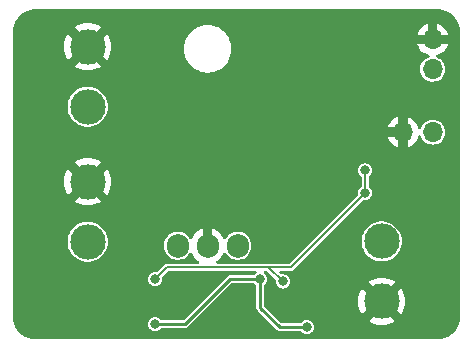
<source format=gbr>
%TF.GenerationSoftware,KiCad,Pcbnew,7.0.10*%
%TF.CreationDate,2024-07-15T19:27:34-03:00*%
%TF.ProjectId,board,626f6172-642e-46b6-9963-61645f706362,rev?*%
%TF.SameCoordinates,Original*%
%TF.FileFunction,Copper,L2,Bot*%
%TF.FilePolarity,Positive*%
%FSLAX46Y46*%
G04 Gerber Fmt 4.6, Leading zero omitted, Abs format (unit mm)*
G04 Created by KiCad (PCBNEW 7.0.10) date 2024-07-15 19:27:34*
%MOMM*%
%LPD*%
G01*
G04 APERTURE LIST*
%TA.AperFunction,ComponentPad*%
%ADD10O,1.700000X1.700000*%
%TD*%
%TA.AperFunction,ComponentPad*%
%ADD11O,3.000000X3.000000*%
%TD*%
%TA.AperFunction,ComponentPad*%
%ADD12C,3.000000*%
%TD*%
%TA.AperFunction,ComponentPad*%
%ADD13O,1.905000X2.000000*%
%TD*%
%TA.AperFunction,ViaPad*%
%ADD14C,0.800000*%
%TD*%
%TA.AperFunction,Conductor*%
%ADD15C,0.200000*%
%TD*%
%TA.AperFunction,Conductor*%
%ADD16C,0.250000*%
%TD*%
G04 APERTURE END LIST*
D10*
%TO.P,J4,1,Pin_1*%
%TO.N,BAT+*%
X156210000Y-84993400D03*
%TO.P,J4,2,Pin_2*%
%TO.N,BAT-*%
X156210000Y-82453400D03*
%TD*%
D11*
%TO.P,J3,1,Pin_1*%
%TO.N,VCC*%
X151892000Y-99568000D03*
D12*
%TO.P,J3,2,Pin_2*%
%TO.N,BAT-*%
X151892000Y-104648000D03*
%TD*%
D13*
%TO.P,U1,1,VI*%
%TO.N,IN+*%
X134620000Y-99933400D03*
%TO.P,U1,2,GND*%
%TO.N,BAT-*%
X137160000Y-99933400D03*
%TO.P,U1,3,VO*%
%TO.N,5V*%
X139700000Y-99933400D03*
%TD*%
D11*
%TO.P,J1,1,Pin_1*%
%TO.N,IN+*%
X127000000Y-88163400D03*
D12*
%TO.P,J1,2,Pin_2*%
%TO.N,BAT-*%
X127000000Y-83083400D03*
%TD*%
D11*
%TO.P,J2,1,Pin_1*%
%TO.N,BAT+*%
X127000000Y-99593400D03*
D12*
%TO.P,J2,2,Pin_2*%
%TO.N,BAT-*%
X127000000Y-94513400D03*
%TD*%
D10*
%TO.P,J5,1,Pin_1*%
%TO.N,VCC*%
X156215000Y-90322400D03*
%TO.P,J5,2,Pin_2*%
%TO.N,BAT-*%
X153675000Y-90322400D03*
%TD*%
D14*
%TO.N,BAT+*%
X150495000Y-95463400D03*
X132715000Y-102768400D03*
X150495000Y-93563400D03*
X143510000Y-102958400D03*
%TO.N,5V*%
X132715000Y-106578400D03*
X145542000Y-106832400D03*
X141605000Y-102768400D03*
%TD*%
D15*
%TO.N,BAT+*%
X132715000Y-102768400D02*
X133731000Y-101752400D01*
X142304000Y-101752400D02*
X144206000Y-101752400D01*
X133731000Y-101752400D02*
X142304000Y-101752400D01*
X150495000Y-95463400D02*
X150495000Y-93563400D01*
X144206000Y-101752400D02*
X150495000Y-95463400D01*
X142304000Y-101752400D02*
X143510000Y-102958400D01*
D16*
%TO.N,5V*%
X143256000Y-106832400D02*
X145542000Y-106832400D01*
X141605000Y-102768400D02*
X141605000Y-105181400D01*
X135255000Y-106578400D02*
X139065000Y-102768400D01*
X132715000Y-106578400D02*
X135255000Y-106578400D01*
X141605000Y-105181400D02*
X143256000Y-106832400D01*
X139065000Y-102768400D02*
X141605000Y-102768400D01*
%TD*%
%TA.AperFunction,Conductor*%
%TO.N,BAT-*%
G36*
X156564540Y-79909735D02*
G01*
X156564548Y-79909738D01*
X156612333Y-79909738D01*
X156620443Y-79910003D01*
X156701817Y-79915336D01*
X156702434Y-79915379D01*
X156864710Y-79926963D01*
X156880058Y-79929029D01*
X156989741Y-79950847D01*
X156991596Y-79951233D01*
X157120595Y-79979295D01*
X157134071Y-79983036D01*
X157244791Y-80020620D01*
X157248053Y-80021781D01*
X157366916Y-80066115D01*
X157378378Y-80071064D01*
X157485024Y-80123657D01*
X157489515Y-80125989D01*
X157599027Y-80185788D01*
X157608461Y-80191500D01*
X157708088Y-80258070D01*
X157713460Y-80261871D01*
X157811251Y-80335078D01*
X157812618Y-80336101D01*
X157820063Y-80342138D01*
X157909019Y-80420152D01*
X157910412Y-80421373D01*
X157916334Y-80426920D01*
X158003700Y-80514288D01*
X158009247Y-80520210D01*
X158088491Y-80610572D01*
X158094530Y-80618021D01*
X158168732Y-80717146D01*
X158172551Y-80722542D01*
X158239119Y-80822171D01*
X158244838Y-80831618D01*
X158304602Y-80941072D01*
X158306972Y-80945636D01*
X158359546Y-81052249D01*
X158364503Y-81063730D01*
X158401511Y-81162955D01*
X158408778Y-81182440D01*
X158410015Y-81185915D01*
X158447570Y-81296555D01*
X158451317Y-81310055D01*
X158479330Y-81438838D01*
X158479780Y-81441003D01*
X158493617Y-81510567D01*
X158496000Y-81534758D01*
X158496000Y-106223849D01*
X158493617Y-106248043D01*
X158479811Y-106317443D01*
X158479360Y-106319610D01*
X158451337Y-106448416D01*
X158447590Y-106461916D01*
X158410037Y-106572537D01*
X158408799Y-106576011D01*
X158364518Y-106694727D01*
X158359548Y-106706237D01*
X158306990Y-106812810D01*
X158304611Y-106817393D01*
X158244848Y-106926838D01*
X158239117Y-106936302D01*
X158172574Y-107035888D01*
X158168739Y-107041308D01*
X158094525Y-107140443D01*
X158088486Y-107147891D01*
X158009258Y-107238231D01*
X158003712Y-107244153D01*
X157916332Y-107331532D01*
X157910410Y-107337078D01*
X157820057Y-107416315D01*
X157812607Y-107422355D01*
X157713473Y-107496564D01*
X157708055Y-107500398D01*
X157608484Y-107566929D01*
X157599018Y-107572660D01*
X157489541Y-107632437D01*
X157484959Y-107634816D01*
X157378397Y-107687366D01*
X157366887Y-107692336D01*
X157248215Y-107736598D01*
X157244739Y-107737836D01*
X157134064Y-107775404D01*
X157120565Y-107779150D01*
X156991799Y-107807161D01*
X156989633Y-107807612D01*
X156880035Y-107829413D01*
X156864689Y-107831480D01*
X156706716Y-107842778D01*
X156705981Y-107842828D01*
X156625035Y-107848134D01*
X156616924Y-107848400D01*
X142902513Y-107848400D01*
X122559050Y-107847900D01*
X122550942Y-107847634D01*
X122548298Y-107847460D01*
X122471803Y-107842446D01*
X122471070Y-107842396D01*
X122306406Y-107830620D01*
X122291059Y-107828553D01*
X122183879Y-107807233D01*
X122181713Y-107806782D01*
X122050495Y-107778237D01*
X122036995Y-107774490D01*
X121927908Y-107737460D01*
X121924433Y-107736223D01*
X121804165Y-107691366D01*
X121792654Y-107686396D01*
X121687222Y-107634402D01*
X121682639Y-107632022D01*
X121572034Y-107571627D01*
X121562571Y-107565898D01*
X121510589Y-107531165D01*
X121463885Y-107499958D01*
X121458483Y-107496135D01*
X121380933Y-107438082D01*
X121358403Y-107421216D01*
X121350976Y-107415195D01*
X121261408Y-107336646D01*
X121255486Y-107331099D01*
X121167299Y-107242912D01*
X121161752Y-107236990D01*
X121083199Y-107147417D01*
X121077188Y-107140002D01*
X121002252Y-107039899D01*
X120998451Y-107034529D01*
X120932495Y-106935819D01*
X120926776Y-106926372D01*
X120866365Y-106815737D01*
X120864008Y-106811200D01*
X120811995Y-106705729D01*
X120807039Y-106694249D01*
X120763830Y-106578401D01*
X132109318Y-106578401D01*
X132129955Y-106735160D01*
X132129956Y-106735162D01*
X132180130Y-106856294D01*
X132190464Y-106881241D01*
X132286718Y-107006682D01*
X132412159Y-107102936D01*
X132558238Y-107163444D01*
X132636619Y-107173763D01*
X132714999Y-107184082D01*
X132715000Y-107184082D01*
X132715001Y-107184082D01*
X132767254Y-107177202D01*
X132871762Y-107163444D01*
X133017841Y-107102936D01*
X133143282Y-107006682D01*
X133184923Y-106952413D01*
X133241351Y-106911211D01*
X133283299Y-106903900D01*
X135235372Y-106903900D01*
X135246180Y-106904371D01*
X135283807Y-106907664D01*
X135320319Y-106897879D01*
X135330830Y-106895549D01*
X135368045Y-106888988D01*
X135368050Y-106888984D01*
X135373099Y-106887147D01*
X135389824Y-106880219D01*
X135394681Y-106877954D01*
X135394684Y-106877954D01*
X135425625Y-106856287D01*
X135434744Y-106850479D01*
X135467455Y-106831594D01*
X135467457Y-106831592D01*
X135491736Y-106802656D01*
X135499036Y-106794688D01*
X139163507Y-103130219D01*
X139224830Y-103096734D01*
X139251188Y-103093900D01*
X141036701Y-103093900D01*
X141103740Y-103113585D01*
X141135076Y-103142413D01*
X141176718Y-103196682D01*
X141230987Y-103238324D01*
X141272189Y-103294749D01*
X141279500Y-103336698D01*
X141279500Y-105161772D01*
X141279028Y-105172581D01*
X141275735Y-105210208D01*
X141285512Y-105246698D01*
X141287852Y-105257252D01*
X141294411Y-105294442D01*
X141296235Y-105299455D01*
X141303197Y-105316261D01*
X141305446Y-105321084D01*
X141327104Y-105352016D01*
X141332914Y-105361134D01*
X141351806Y-105393855D01*
X141380743Y-105418136D01*
X141388718Y-105425444D01*
X143011950Y-107048676D01*
X143019257Y-107056650D01*
X143043541Y-107085590D01*
X143043543Y-107085591D01*
X143043545Y-107085594D01*
X143043547Y-107085595D01*
X143043548Y-107085596D01*
X143076256Y-107104480D01*
X143085379Y-107110292D01*
X143116316Y-107131954D01*
X143116319Y-107131954D01*
X143121176Y-107134220D01*
X143137933Y-107141160D01*
X143142953Y-107142987D01*
X143142955Y-107142988D01*
X143180143Y-107149545D01*
X143190706Y-107151887D01*
X143227193Y-107161664D01*
X143264823Y-107158371D01*
X143275630Y-107157900D01*
X144973701Y-107157900D01*
X145040740Y-107177585D01*
X145072077Y-107206414D01*
X145100082Y-107242912D01*
X145113718Y-107260682D01*
X145239159Y-107356936D01*
X145385238Y-107417444D01*
X145422541Y-107422355D01*
X145541999Y-107438082D01*
X145542000Y-107438082D01*
X145542001Y-107438082D01*
X145594254Y-107431202D01*
X145698762Y-107417444D01*
X145844841Y-107356936D01*
X145970282Y-107260682D01*
X146066536Y-107135241D01*
X146127044Y-106989162D01*
X146147682Y-106832400D01*
X146145706Y-106817393D01*
X146131072Y-106706237D01*
X146127044Y-106675638D01*
X146066536Y-106529559D01*
X145970282Y-106404118D01*
X145844841Y-106307864D01*
X145766852Y-106275560D01*
X145698762Y-106247356D01*
X145698760Y-106247355D01*
X145542001Y-106226718D01*
X145541999Y-106226718D01*
X145385239Y-106247355D01*
X145385237Y-106247356D01*
X145239160Y-106307863D01*
X145113716Y-106404119D01*
X145072077Y-106458386D01*
X145015649Y-106499589D01*
X144973701Y-106506900D01*
X143442188Y-106506900D01*
X143375149Y-106487215D01*
X143354507Y-106470581D01*
X141966819Y-105082893D01*
X141933334Y-105021570D01*
X141930500Y-104995212D01*
X141930500Y-104648001D01*
X149886891Y-104648001D01*
X149907300Y-104933362D01*
X149968109Y-105212895D01*
X150068091Y-105480958D01*
X150205196Y-105732047D01*
X150221066Y-105753246D01*
X150221067Y-105753246D01*
X151151159Y-104823153D01*
X151158971Y-104867454D01*
X151229340Y-105030587D01*
X151335433Y-105173094D01*
X151471530Y-105287294D01*
X151630295Y-105367028D01*
X151717895Y-105387789D01*
X150786752Y-106318932D01*
X150807954Y-106334804D01*
X150807960Y-106334807D01*
X151059042Y-106471908D01*
X151059041Y-106471908D01*
X151327104Y-106571890D01*
X151606637Y-106632699D01*
X151891999Y-106653109D01*
X151892001Y-106653109D01*
X152177362Y-106632699D01*
X152456895Y-106571890D01*
X152724958Y-106471908D01*
X152976040Y-106334806D01*
X152997246Y-106318931D01*
X152070223Y-105391907D01*
X152235409Y-105331784D01*
X152383844Y-105234157D01*
X152505764Y-105104930D01*
X152594595Y-104951070D01*
X152632878Y-104823193D01*
X153562931Y-105753246D01*
X153578806Y-105732040D01*
X153715908Y-105480958D01*
X153815890Y-105212895D01*
X153876699Y-104933362D01*
X153897109Y-104648001D01*
X153897109Y-104647998D01*
X153876699Y-104362637D01*
X153815890Y-104083104D01*
X153715908Y-103815041D01*
X153578807Y-103563960D01*
X153578804Y-103563954D01*
X153562932Y-103542752D01*
X152632839Y-104472844D01*
X152625029Y-104428546D01*
X152554660Y-104265413D01*
X152448567Y-104122906D01*
X152312470Y-104008706D01*
X152153705Y-103928972D01*
X152066104Y-103908210D01*
X152997246Y-102977067D01*
X152997246Y-102977066D01*
X152976047Y-102961196D01*
X152724957Y-102824091D01*
X152724958Y-102824091D01*
X152456895Y-102724109D01*
X152177362Y-102663300D01*
X151892001Y-102642891D01*
X151891999Y-102642891D01*
X151606637Y-102663300D01*
X151327104Y-102724109D01*
X151059041Y-102824091D01*
X150807954Y-102961196D01*
X150786752Y-102977066D01*
X151713777Y-103904091D01*
X151548591Y-103964216D01*
X151400156Y-104061843D01*
X151278236Y-104191070D01*
X151189405Y-104344930D01*
X151151121Y-104472807D01*
X150221066Y-103542752D01*
X150205196Y-103563954D01*
X150068091Y-103815041D01*
X149968109Y-104083104D01*
X149907300Y-104362637D01*
X149886891Y-104647998D01*
X149886891Y-104648001D01*
X141930500Y-104648001D01*
X141930500Y-103336698D01*
X141950185Y-103269659D01*
X141979010Y-103238325D01*
X142033282Y-103196682D01*
X142129536Y-103071241D01*
X142190044Y-102925162D01*
X142210682Y-102768400D01*
X142190044Y-102611638D01*
X142129536Y-102465559D01*
X142033282Y-102340118D01*
X142033280Y-102340117D01*
X142033280Y-102340116D01*
X141948778Y-102275276D01*
X141907575Y-102218848D01*
X141903420Y-102149102D01*
X141937632Y-102088182D01*
X141999350Y-102055429D01*
X142024264Y-102052900D01*
X142128167Y-102052900D01*
X142195206Y-102072585D01*
X142215848Y-102089219D01*
X142882101Y-102755473D01*
X142915586Y-102816796D01*
X142917359Y-102859339D01*
X142904318Y-102958398D01*
X142904318Y-102958401D01*
X142924955Y-103115160D01*
X142924956Y-103115162D01*
X142985464Y-103261241D01*
X143081718Y-103386682D01*
X143207159Y-103482936D01*
X143353238Y-103543444D01*
X143431619Y-103553763D01*
X143509999Y-103564082D01*
X143510000Y-103564082D01*
X143510001Y-103564082D01*
X143562254Y-103557202D01*
X143666762Y-103543444D01*
X143812841Y-103482936D01*
X143938282Y-103386682D01*
X144034536Y-103261241D01*
X144095044Y-103115162D01*
X144108802Y-103010654D01*
X144115682Y-102958401D01*
X144115682Y-102958398D01*
X144098000Y-102824091D01*
X144095044Y-102801638D01*
X144034536Y-102655559D01*
X143938282Y-102530118D01*
X143812841Y-102433864D01*
X143666762Y-102373356D01*
X143666760Y-102373355D01*
X143510001Y-102352718D01*
X143509999Y-102352718D01*
X143410938Y-102365759D01*
X143341902Y-102354993D01*
X143307072Y-102330501D01*
X143241152Y-102264581D01*
X143207667Y-102203258D01*
X143212651Y-102133566D01*
X143254523Y-102077633D01*
X143319987Y-102053216D01*
X143328833Y-102052900D01*
X144138862Y-102052900D01*
X144155990Y-102054089D01*
X144163761Y-102055172D01*
X144163761Y-102055171D01*
X144163765Y-102055173D01*
X144210080Y-102053032D01*
X144215805Y-102052900D01*
X144233843Y-102052900D01*
X144233844Y-102052900D01*
X144233844Y-102052899D01*
X144238731Y-102052446D01*
X144249318Y-102051217D01*
X144275992Y-102049985D01*
X144282322Y-102047189D01*
X144309629Y-102038732D01*
X144316433Y-102037461D01*
X144316435Y-102037459D01*
X144316437Y-102037459D01*
X144339138Y-102023403D01*
X144354325Y-102015396D01*
X144378765Y-102004606D01*
X144383661Y-101999709D01*
X144406069Y-101981961D01*
X144411952Y-101978319D01*
X144428053Y-101956995D01*
X144439314Y-101944055D01*
X146815365Y-99568004D01*
X150186732Y-99568004D01*
X150205777Y-99822154D01*
X150262490Y-100070630D01*
X150262492Y-100070637D01*
X150355608Y-100307890D01*
X150370272Y-100333288D01*
X150483041Y-100528612D01*
X150641950Y-100727877D01*
X150828783Y-100901232D01*
X151039366Y-101044805D01*
X151039371Y-101044807D01*
X151039372Y-101044808D01*
X151039373Y-101044809D01*
X151142837Y-101094634D01*
X151268992Y-101155387D01*
X151268993Y-101155387D01*
X151268996Y-101155389D01*
X151512542Y-101230513D01*
X151764565Y-101268500D01*
X152019435Y-101268500D01*
X152271458Y-101230513D01*
X152515004Y-101155389D01*
X152744634Y-101044805D01*
X152955217Y-100901232D01*
X153142050Y-100727877D01*
X153300959Y-100528612D01*
X153428393Y-100307888D01*
X153521508Y-100070637D01*
X153578222Y-99822157D01*
X153593878Y-99613244D01*
X153597268Y-99568004D01*
X153597268Y-99567995D01*
X153580180Y-99339970D01*
X153578222Y-99313843D01*
X153521508Y-99065363D01*
X153428393Y-98828112D01*
X153300959Y-98607388D01*
X153142050Y-98408123D01*
X152955217Y-98234768D01*
X152744634Y-98091195D01*
X152744630Y-98091193D01*
X152744627Y-98091191D01*
X152744626Y-98091190D01*
X152515006Y-97980612D01*
X152515008Y-97980612D01*
X152271466Y-97905489D01*
X152271462Y-97905488D01*
X152271458Y-97905487D01*
X152150231Y-97887214D01*
X152019440Y-97867500D01*
X152019435Y-97867500D01*
X151764565Y-97867500D01*
X151764559Y-97867500D01*
X151607609Y-97891157D01*
X151512542Y-97905487D01*
X151512539Y-97905488D01*
X151512533Y-97905489D01*
X151268992Y-97980612D01*
X151039373Y-98091190D01*
X151039372Y-98091191D01*
X150828782Y-98234768D01*
X150641952Y-98408121D01*
X150641950Y-98408123D01*
X150483041Y-98607388D01*
X150355608Y-98828109D01*
X150262492Y-99065362D01*
X150262490Y-99065369D01*
X150205777Y-99313845D01*
X150186732Y-99567995D01*
X150186732Y-99568004D01*
X146815365Y-99568004D01*
X150292073Y-96091296D01*
X150353394Y-96057813D01*
X150395936Y-96056040D01*
X150495000Y-96069082D01*
X150495001Y-96069082D01*
X150547254Y-96062202D01*
X150651762Y-96048444D01*
X150797841Y-95987936D01*
X150923282Y-95891682D01*
X151019536Y-95766241D01*
X151080044Y-95620162D01*
X151100682Y-95463400D01*
X151080044Y-95306638D01*
X151019536Y-95160559D01*
X150923282Y-95035118D01*
X150923280Y-95035117D01*
X150923280Y-95035116D01*
X150844014Y-94974294D01*
X150802811Y-94917866D01*
X150795500Y-94875918D01*
X150795500Y-94150882D01*
X150815185Y-94083843D01*
X150844014Y-94052506D01*
X150923282Y-93991682D01*
X151019536Y-93866241D01*
X151080044Y-93720162D01*
X151100682Y-93563400D01*
X151080044Y-93406638D01*
X151019536Y-93260559D01*
X150923282Y-93135118D01*
X150797841Y-93038864D01*
X150651762Y-92978356D01*
X150651760Y-92978355D01*
X150495001Y-92957718D01*
X150494999Y-92957718D01*
X150338239Y-92978355D01*
X150338237Y-92978356D01*
X150192160Y-93038863D01*
X150066718Y-93135118D01*
X149970463Y-93260560D01*
X149909956Y-93406637D01*
X149909955Y-93406639D01*
X149889318Y-93563398D01*
X149889318Y-93563401D01*
X149909955Y-93720160D01*
X149909956Y-93720162D01*
X149970464Y-93866241D01*
X150064128Y-93988306D01*
X150066719Y-93991683D01*
X150145986Y-94052506D01*
X150187189Y-94108934D01*
X150194500Y-94150882D01*
X150194500Y-94875918D01*
X150174815Y-94942957D01*
X150145986Y-94974294D01*
X150066719Y-95035116D01*
X149970463Y-95160560D01*
X149909956Y-95306637D01*
X149909955Y-95306639D01*
X149889318Y-95463398D01*
X149889318Y-95463401D01*
X149902359Y-95562460D01*
X149891593Y-95631495D01*
X149867101Y-95666326D01*
X144117848Y-101415581D01*
X144056525Y-101449066D01*
X144030167Y-101451900D01*
X142353249Y-101451900D01*
X142324858Y-101448606D01*
X142318119Y-101447021D01*
X142291666Y-101450711D01*
X142274536Y-101451900D01*
X137983304Y-101451900D01*
X137916265Y-101432215D01*
X137870510Y-101379411D01*
X137860566Y-101310253D01*
X137889591Y-101246697D01*
X137924286Y-101218845D01*
X137957164Y-101201052D01*
X137957168Y-101201049D01*
X138147116Y-101053206D01*
X138147126Y-101053197D01*
X138310148Y-100876110D01*
X138310156Y-100876099D01*
X138441811Y-100674587D01*
X138483162Y-100580315D01*
X138528118Y-100526829D01*
X138594854Y-100506138D01*
X138662182Y-100524812D01*
X138707719Y-100574851D01*
X138715499Y-100590475D01*
X138715501Y-100590479D01*
X138844273Y-100761001D01*
X139002184Y-100904955D01*
X139002186Y-100904957D01*
X139183858Y-101017443D01*
X139183864Y-101017446D01*
X139226074Y-101033798D01*
X139383115Y-101094636D01*
X139593159Y-101133900D01*
X139593161Y-101133900D01*
X139806839Y-101133900D01*
X139806841Y-101133900D01*
X140016885Y-101094636D01*
X140216138Y-101017445D01*
X140397815Y-100904956D01*
X140555728Y-100760999D01*
X140684500Y-100590477D01*
X140779747Y-100399196D01*
X140838224Y-100193671D01*
X140853000Y-100034211D01*
X140853000Y-99832589D01*
X140838224Y-99673129D01*
X140779747Y-99467604D01*
X140779742Y-99467593D01*
X140684503Y-99276328D01*
X140684498Y-99276320D01*
X140555726Y-99105798D01*
X140397815Y-98961844D01*
X140397813Y-98961842D01*
X140216141Y-98849356D01*
X140216135Y-98849353D01*
X140059097Y-98788517D01*
X140016885Y-98772164D01*
X139806841Y-98732900D01*
X139593159Y-98732900D01*
X139383115Y-98772164D01*
X139383112Y-98772164D01*
X139383112Y-98772165D01*
X139183864Y-98849353D01*
X139183858Y-98849356D01*
X139002186Y-98961842D01*
X139002184Y-98961844D01*
X138844273Y-99105798D01*
X138715501Y-99276320D01*
X138715498Y-99276325D01*
X138707718Y-99291950D01*
X138660213Y-99343185D01*
X138592550Y-99360605D01*
X138526210Y-99338677D01*
X138483163Y-99286484D01*
X138441814Y-99192217D01*
X138310156Y-98990700D01*
X138310148Y-98990689D01*
X138147126Y-98813602D01*
X138147116Y-98813593D01*
X137957168Y-98665750D01*
X137957159Y-98665744D01*
X137745468Y-98551184D01*
X137745457Y-98551179D01*
X137560000Y-98487509D01*
X137560000Y-99555897D01*
X137510362Y-99502748D01*
X137381181Y-99424191D01*
X137235596Y-99383400D01*
X137122378Y-99383400D01*
X137010217Y-99398816D01*
X136871542Y-99459051D01*
X136760000Y-99549796D01*
X136760000Y-98487510D01*
X136759999Y-98487509D01*
X136574542Y-98551179D01*
X136574531Y-98551184D01*
X136362840Y-98665744D01*
X136362831Y-98665750D01*
X136172883Y-98813593D01*
X136172873Y-98813602D01*
X136009851Y-98990689D01*
X136009843Y-98990700D01*
X135878187Y-99192213D01*
X135836836Y-99286485D01*
X135791880Y-99339970D01*
X135725143Y-99360660D01*
X135657816Y-99341985D01*
X135612280Y-99291947D01*
X135604502Y-99276328D01*
X135604500Y-99276323D01*
X135475728Y-99105801D01*
X135475726Y-99105798D01*
X135317815Y-98961844D01*
X135317813Y-98961842D01*
X135136141Y-98849356D01*
X135136135Y-98849353D01*
X134979097Y-98788517D01*
X134936885Y-98772164D01*
X134726841Y-98732900D01*
X134513159Y-98732900D01*
X134303115Y-98772164D01*
X134303112Y-98772164D01*
X134303112Y-98772165D01*
X134103864Y-98849353D01*
X134103858Y-98849356D01*
X133922186Y-98961842D01*
X133922184Y-98961844D01*
X133764273Y-99105798D01*
X133635501Y-99276320D01*
X133635496Y-99276328D01*
X133540257Y-99467593D01*
X133540251Y-99467608D01*
X133481776Y-99673127D01*
X133481775Y-99673129D01*
X133467000Y-99832591D01*
X133467000Y-100034208D01*
X133481775Y-100193670D01*
X133481776Y-100193672D01*
X133540251Y-100399191D01*
X133540257Y-100399206D01*
X133635496Y-100590471D01*
X133635501Y-100590479D01*
X133764273Y-100761001D01*
X133922184Y-100904955D01*
X133922186Y-100904957D01*
X134103858Y-101017443D01*
X134103864Y-101017446D01*
X134146074Y-101033798D01*
X134303115Y-101094636D01*
X134513159Y-101133900D01*
X134513161Y-101133900D01*
X134726839Y-101133900D01*
X134726841Y-101133900D01*
X134936885Y-101094636D01*
X135136138Y-101017445D01*
X135317815Y-100904956D01*
X135475728Y-100760999D01*
X135604500Y-100590477D01*
X135612279Y-100574855D01*
X135659782Y-100523617D01*
X135727444Y-100506195D01*
X135793785Y-100528120D01*
X135836836Y-100580315D01*
X135878186Y-100674584D01*
X136009843Y-100876099D01*
X136009851Y-100876110D01*
X136172873Y-101053197D01*
X136172883Y-101053206D01*
X136362831Y-101201049D01*
X136362835Y-101201052D01*
X136395714Y-101218845D01*
X136445304Y-101268065D01*
X136460412Y-101336281D01*
X136436242Y-101401837D01*
X136380466Y-101443918D01*
X136336696Y-101451900D01*
X133798139Y-101451900D01*
X133781011Y-101450711D01*
X133773239Y-101449627D01*
X133773236Y-101449627D01*
X133732973Y-101451488D01*
X133726921Y-101451768D01*
X133721196Y-101451900D01*
X133703156Y-101451900D01*
X133703151Y-101451900D01*
X133698326Y-101452348D01*
X133687697Y-101453581D01*
X133661008Y-101454815D01*
X133654663Y-101457615D01*
X133627380Y-101466065D01*
X133620568Y-101467338D01*
X133620567Y-101467339D01*
X133597857Y-101481399D01*
X133582678Y-101489400D01*
X133558235Y-101500193D01*
X133553336Y-101505093D01*
X133530942Y-101522831D01*
X133525048Y-101526480D01*
X133508949Y-101547798D01*
X133497679Y-101560748D01*
X132917926Y-102140501D01*
X132856603Y-102173986D01*
X132814060Y-102175759D01*
X132715001Y-102162718D01*
X132714999Y-102162718D01*
X132558239Y-102183355D01*
X132558237Y-102183356D01*
X132412160Y-102243863D01*
X132286718Y-102340118D01*
X132190463Y-102465560D01*
X132129956Y-102611637D01*
X132129955Y-102611639D01*
X132109318Y-102768398D01*
X132109318Y-102768401D01*
X132129955Y-102925160D01*
X132129956Y-102925162D01*
X132190464Y-103071241D01*
X132286718Y-103196682D01*
X132412159Y-103292936D01*
X132558238Y-103353444D01*
X132636619Y-103363763D01*
X132714999Y-103374082D01*
X132715000Y-103374082D01*
X132715001Y-103374082D01*
X132767254Y-103367202D01*
X132871762Y-103353444D01*
X133017841Y-103292936D01*
X133143282Y-103196682D01*
X133239536Y-103071241D01*
X133300044Y-102925162D01*
X133320682Y-102768400D01*
X133307640Y-102669336D01*
X133318405Y-102600302D01*
X133342895Y-102565474D01*
X133819152Y-102089219D01*
X133880475Y-102055734D01*
X133906833Y-102052900D01*
X141185736Y-102052900D01*
X141252775Y-102072585D01*
X141298530Y-102125389D01*
X141308474Y-102194547D01*
X141279449Y-102258103D01*
X141261222Y-102275275D01*
X141176718Y-102340118D01*
X141151215Y-102373355D01*
X141135077Y-102394386D01*
X141078649Y-102435589D01*
X141036701Y-102442900D01*
X139084628Y-102442900D01*
X139073819Y-102442428D01*
X139036192Y-102439135D01*
X139036191Y-102439135D01*
X138999703Y-102448912D01*
X138989148Y-102451252D01*
X138951960Y-102457810D01*
X138946961Y-102459629D01*
X138930117Y-102466606D01*
X138925313Y-102468846D01*
X138894381Y-102490505D01*
X138885264Y-102496314D01*
X138852548Y-102515204D01*
X138852540Y-102515210D01*
X138828262Y-102544143D01*
X138820956Y-102552116D01*
X135156493Y-106216581D01*
X135095170Y-106250066D01*
X135068812Y-106252900D01*
X133283299Y-106252900D01*
X133216260Y-106233215D01*
X133184923Y-106204386D01*
X133143283Y-106150119D01*
X133054992Y-106082371D01*
X133017841Y-106053864D01*
X132952377Y-106026748D01*
X132871762Y-105993356D01*
X132871760Y-105993355D01*
X132715001Y-105972718D01*
X132714999Y-105972718D01*
X132558239Y-105993355D01*
X132558237Y-105993356D01*
X132412160Y-106053863D01*
X132286718Y-106150118D01*
X132190463Y-106275560D01*
X132129956Y-106421637D01*
X132129955Y-106421639D01*
X132109318Y-106578398D01*
X132109318Y-106578401D01*
X120763830Y-106578401D01*
X120762166Y-106573940D01*
X120760938Y-106570490D01*
X120756714Y-106558046D01*
X120723907Y-106461400D01*
X120720164Y-106447915D01*
X120691596Y-106316589D01*
X120691189Y-106314637D01*
X120669841Y-106207312D01*
X120667781Y-106192015D01*
X120655988Y-106027129D01*
X120655983Y-106027056D01*
X120650765Y-105947442D01*
X120650500Y-105939334D01*
X120650500Y-99593404D01*
X125294732Y-99593404D01*
X125313777Y-99847554D01*
X125364694Y-100070637D01*
X125370492Y-100096037D01*
X125463607Y-100333288D01*
X125591041Y-100554012D01*
X125749950Y-100753277D01*
X125936783Y-100926632D01*
X126147366Y-101070205D01*
X126147371Y-101070207D01*
X126147372Y-101070208D01*
X126147373Y-101070209D01*
X126198093Y-101094634D01*
X126376992Y-101180787D01*
X126376993Y-101180787D01*
X126376996Y-101180789D01*
X126620542Y-101255913D01*
X126872565Y-101293900D01*
X127127435Y-101293900D01*
X127379458Y-101255913D01*
X127623004Y-101180789D01*
X127852634Y-101070205D01*
X128063217Y-100926632D01*
X128250050Y-100753277D01*
X128408959Y-100554012D01*
X128536393Y-100333288D01*
X128629508Y-100096037D01*
X128686222Y-99847557D01*
X128694384Y-99738632D01*
X128705268Y-99593404D01*
X128705268Y-99593395D01*
X128686222Y-99339245D01*
X128686092Y-99338677D01*
X128629508Y-99090763D01*
X128536393Y-98853512D01*
X128408959Y-98632788D01*
X128250050Y-98433523D01*
X128063217Y-98260168D01*
X127852634Y-98116595D01*
X127852630Y-98116593D01*
X127852627Y-98116591D01*
X127852626Y-98116590D01*
X127623006Y-98006012D01*
X127623008Y-98006012D01*
X127379466Y-97930889D01*
X127379462Y-97930888D01*
X127379458Y-97930887D01*
X127258231Y-97912614D01*
X127127440Y-97892900D01*
X127127435Y-97892900D01*
X126872565Y-97892900D01*
X126872559Y-97892900D01*
X126715609Y-97916557D01*
X126620542Y-97930887D01*
X126620539Y-97930888D01*
X126620533Y-97930889D01*
X126376992Y-98006012D01*
X126147373Y-98116590D01*
X126147372Y-98116591D01*
X125936782Y-98260168D01*
X125749952Y-98433521D01*
X125749950Y-98433523D01*
X125591041Y-98632788D01*
X125463608Y-98853509D01*
X125370492Y-99090762D01*
X125370490Y-99090769D01*
X125313777Y-99339245D01*
X125294732Y-99593395D01*
X125294732Y-99593404D01*
X120650500Y-99593404D01*
X120650500Y-94513401D01*
X124994891Y-94513401D01*
X125015300Y-94798762D01*
X125076109Y-95078295D01*
X125176091Y-95346358D01*
X125313196Y-95597447D01*
X125329066Y-95618646D01*
X125329067Y-95618646D01*
X126259159Y-94688553D01*
X126266971Y-94732854D01*
X126337340Y-94895987D01*
X126443433Y-95038494D01*
X126579530Y-95152694D01*
X126738295Y-95232428D01*
X126825895Y-95253189D01*
X125894752Y-96184332D01*
X125915954Y-96200204D01*
X125915960Y-96200207D01*
X126167042Y-96337308D01*
X126167041Y-96337308D01*
X126435104Y-96437290D01*
X126714637Y-96498099D01*
X126999999Y-96518509D01*
X127000001Y-96518509D01*
X127285362Y-96498099D01*
X127564895Y-96437290D01*
X127832958Y-96337308D01*
X128084040Y-96200206D01*
X128105246Y-96184331D01*
X127178223Y-95257307D01*
X127343409Y-95197184D01*
X127491844Y-95099557D01*
X127613764Y-94970330D01*
X127702595Y-94816470D01*
X127740878Y-94688593D01*
X128670931Y-95618646D01*
X128686806Y-95597440D01*
X128823908Y-95346358D01*
X128923890Y-95078295D01*
X128984699Y-94798762D01*
X129005109Y-94513401D01*
X129005109Y-94513398D01*
X128984699Y-94228037D01*
X128923890Y-93948504D01*
X128823908Y-93680441D01*
X128686807Y-93429360D01*
X128686804Y-93429354D01*
X128670932Y-93408152D01*
X127740839Y-94338244D01*
X127733029Y-94293946D01*
X127662660Y-94130813D01*
X127556567Y-93988306D01*
X127420470Y-93874106D01*
X127261705Y-93794372D01*
X127174104Y-93773610D01*
X128105246Y-92842467D01*
X128105246Y-92842466D01*
X128084047Y-92826596D01*
X127832957Y-92689491D01*
X127832958Y-92689491D01*
X127564895Y-92589509D01*
X127285362Y-92528700D01*
X127000001Y-92508291D01*
X126999999Y-92508291D01*
X126714637Y-92528700D01*
X126435104Y-92589509D01*
X126167041Y-92689491D01*
X125915954Y-92826596D01*
X125894752Y-92842466D01*
X126821777Y-93769491D01*
X126656591Y-93829616D01*
X126508156Y-93927243D01*
X126386236Y-94056470D01*
X126297405Y-94210330D01*
X126259121Y-94338207D01*
X125329066Y-93408152D01*
X125313196Y-93429354D01*
X125176091Y-93680441D01*
X125076109Y-93948504D01*
X125015300Y-94228037D01*
X124994891Y-94513398D01*
X124994891Y-94513401D01*
X120650500Y-94513401D01*
X120650500Y-90722400D01*
X152384557Y-90722400D01*
X152401565Y-90785881D01*
X152401570Y-90785892D01*
X152501399Y-90999978D01*
X152636894Y-91193482D01*
X152803917Y-91360505D01*
X152997421Y-91496000D01*
X153211507Y-91595829D01*
X153211518Y-91595834D01*
X153274999Y-91612843D01*
X153275000Y-91612842D01*
X153275000Y-90722400D01*
X152384557Y-90722400D01*
X120650500Y-90722400D01*
X120650500Y-90394289D01*
X153175000Y-90394289D01*
X153215507Y-90532244D01*
X153293239Y-90653198D01*
X153401900Y-90747352D01*
X153532685Y-90807080D01*
X153639237Y-90822400D01*
X153710763Y-90822400D01*
X153817315Y-90807080D01*
X153948100Y-90747352D01*
X154056761Y-90653198D01*
X154075000Y-90624817D01*
X154075000Y-91612843D01*
X154138481Y-91595834D01*
X154138492Y-91595829D01*
X154352578Y-91496000D01*
X154546082Y-91360505D01*
X154713105Y-91193482D01*
X154848600Y-90999978D01*
X154948429Y-90785892D01*
X154948433Y-90785883D01*
X154981158Y-90663750D01*
X155017522Y-90604090D01*
X155080369Y-90573560D01*
X155149745Y-90581854D01*
X155203623Y-90626339D01*
X155219593Y-90659847D01*
X155239768Y-90726354D01*
X155337315Y-90908850D01*
X155337317Y-90908852D01*
X155468589Y-91068810D01*
X155565209Y-91148102D01*
X155628550Y-91200085D01*
X155811046Y-91297632D01*
X156009066Y-91357700D01*
X156009065Y-91357700D01*
X156027529Y-91359518D01*
X156215000Y-91377983D01*
X156420934Y-91357700D01*
X156618954Y-91297632D01*
X156801450Y-91200085D01*
X156961410Y-91068810D01*
X157092685Y-90908850D01*
X157190232Y-90726354D01*
X157250300Y-90528334D01*
X157270583Y-90322400D01*
X157250300Y-90116466D01*
X157190232Y-89918446D01*
X157092685Y-89735950D01*
X157014110Y-89640205D01*
X156961410Y-89575989D01*
X156843677Y-89479369D01*
X156801450Y-89444715D01*
X156618954Y-89347168D01*
X156420934Y-89287100D01*
X156420932Y-89287099D01*
X156420934Y-89287099D01*
X156215000Y-89266817D01*
X156009067Y-89287099D01*
X155811043Y-89347169D01*
X155700898Y-89406043D01*
X155628550Y-89444715D01*
X155628548Y-89444716D01*
X155628547Y-89444717D01*
X155468589Y-89575989D01*
X155337317Y-89735947D01*
X155337315Y-89735950D01*
X155309622Y-89787758D01*
X155239767Y-89918446D01*
X155219593Y-89984952D01*
X155181296Y-90043390D01*
X155117483Y-90071847D01*
X155048416Y-90061286D01*
X154996023Y-90015061D01*
X154981158Y-89981049D01*
X154948433Y-89858916D01*
X154948429Y-89858907D01*
X154848600Y-89644822D01*
X154848599Y-89644820D01*
X154713113Y-89451326D01*
X154713108Y-89451320D01*
X154546082Y-89284294D01*
X154352578Y-89148799D01*
X154138490Y-89048968D01*
X154138487Y-89048967D01*
X154075000Y-89031955D01*
X154075000Y-90019982D01*
X154056761Y-89991602D01*
X153948100Y-89897448D01*
X153817315Y-89837720D01*
X153710763Y-89822400D01*
X153639237Y-89822400D01*
X153532685Y-89837720D01*
X153401900Y-89897448D01*
X153293239Y-89991602D01*
X153215507Y-90112556D01*
X153175000Y-90250511D01*
X153175000Y-90394289D01*
X120650500Y-90394289D01*
X120650500Y-89922399D01*
X152384556Y-89922399D01*
X152384557Y-89922400D01*
X153275000Y-89922400D01*
X153275000Y-89031956D01*
X153274999Y-89031955D01*
X153211512Y-89048967D01*
X153211509Y-89048968D01*
X152997422Y-89148799D01*
X152997420Y-89148800D01*
X152803926Y-89284286D01*
X152803920Y-89284291D01*
X152636891Y-89451320D01*
X152636886Y-89451326D01*
X152501400Y-89644820D01*
X152501399Y-89644822D01*
X152401570Y-89858907D01*
X152401565Y-89858918D01*
X152384556Y-89922399D01*
X120650500Y-89922399D01*
X120650500Y-88163404D01*
X125294732Y-88163404D01*
X125313777Y-88417554D01*
X125313778Y-88417557D01*
X125370492Y-88666037D01*
X125463607Y-88903288D01*
X125591041Y-89124012D01*
X125749950Y-89323277D01*
X125936783Y-89496632D01*
X126147366Y-89640205D01*
X126147371Y-89640207D01*
X126147372Y-89640208D01*
X126147373Y-89640209D01*
X126269328Y-89698938D01*
X126376992Y-89750787D01*
X126376993Y-89750787D01*
X126376996Y-89750789D01*
X126620542Y-89825913D01*
X126872565Y-89863900D01*
X127127435Y-89863900D01*
X127379458Y-89825913D01*
X127623004Y-89750789D01*
X127852634Y-89640205D01*
X128063217Y-89496632D01*
X128250050Y-89323277D01*
X128408959Y-89124012D01*
X128536393Y-88903288D01*
X128629508Y-88666037D01*
X128686222Y-88417557D01*
X128705268Y-88163400D01*
X128686222Y-87909243D01*
X128629508Y-87660763D01*
X128536393Y-87423512D01*
X128408959Y-87202788D01*
X128250050Y-87003523D01*
X128063217Y-86830168D01*
X127852634Y-86686595D01*
X127852630Y-86686593D01*
X127852627Y-86686591D01*
X127852626Y-86686590D01*
X127623006Y-86576012D01*
X127623008Y-86576012D01*
X127379466Y-86500889D01*
X127379462Y-86500888D01*
X127379458Y-86500887D01*
X127258231Y-86482614D01*
X127127440Y-86462900D01*
X127127435Y-86462900D01*
X126872565Y-86462900D01*
X126872559Y-86462900D01*
X126715609Y-86486557D01*
X126620542Y-86500887D01*
X126620539Y-86500888D01*
X126620533Y-86500889D01*
X126376992Y-86576012D01*
X126147373Y-86686590D01*
X126147372Y-86686591D01*
X125936782Y-86830168D01*
X125749952Y-87003521D01*
X125749950Y-87003523D01*
X125591041Y-87202788D01*
X125463608Y-87423509D01*
X125370492Y-87660762D01*
X125370490Y-87660769D01*
X125313777Y-87909245D01*
X125294732Y-88163395D01*
X125294732Y-88163404D01*
X120650500Y-88163404D01*
X120650500Y-83083401D01*
X124994891Y-83083401D01*
X125015300Y-83368762D01*
X125076109Y-83648295D01*
X125176091Y-83916358D01*
X125313196Y-84167447D01*
X125329066Y-84188646D01*
X125329067Y-84188646D01*
X126259159Y-83258553D01*
X126266971Y-83302854D01*
X126337340Y-83465987D01*
X126443433Y-83608494D01*
X126579530Y-83722694D01*
X126738295Y-83802428D01*
X126825895Y-83823189D01*
X125894752Y-84754332D01*
X125915954Y-84770204D01*
X125915960Y-84770207D01*
X126167042Y-84907308D01*
X126167041Y-84907308D01*
X126435104Y-85007290D01*
X126714637Y-85068099D01*
X126999999Y-85088509D01*
X127000001Y-85088509D01*
X127285362Y-85068099D01*
X127564895Y-85007290D01*
X127832958Y-84907308D01*
X128084040Y-84770206D01*
X128105246Y-84754331D01*
X127178223Y-83827307D01*
X127343409Y-83767184D01*
X127491844Y-83669557D01*
X127613764Y-83540330D01*
X127702595Y-83386470D01*
X127740878Y-83258593D01*
X128670931Y-84188646D01*
X128686806Y-84167440D01*
X128823908Y-83916358D01*
X128923890Y-83648295D01*
X128984699Y-83368762D01*
X128991520Y-83273401D01*
X135154390Y-83273401D01*
X135174804Y-83558833D01*
X135235628Y-83838437D01*
X135235630Y-83838443D01*
X135235631Y-83838446D01*
X135335633Y-84106561D01*
X135335635Y-84106566D01*
X135472770Y-84357709D01*
X135472775Y-84357717D01*
X135644254Y-84586787D01*
X135644270Y-84586805D01*
X135846594Y-84789129D01*
X135846612Y-84789145D01*
X136075682Y-84960624D01*
X136075690Y-84960629D01*
X136326833Y-85097764D01*
X136326832Y-85097764D01*
X136326836Y-85097765D01*
X136326839Y-85097767D01*
X136594954Y-85197769D01*
X136594960Y-85197770D01*
X136594962Y-85197771D01*
X136874566Y-85258595D01*
X136874568Y-85258595D01*
X136874572Y-85258596D01*
X137088552Y-85273900D01*
X137231448Y-85273900D01*
X137445428Y-85258596D01*
X137725046Y-85197769D01*
X137993161Y-85097767D01*
X138244315Y-84960626D01*
X138473395Y-84789139D01*
X138675739Y-84586795D01*
X138847226Y-84357715D01*
X138984367Y-84106561D01*
X139084369Y-83838446D01*
X139084371Y-83838437D01*
X139145195Y-83558833D01*
X139145195Y-83558832D01*
X139145196Y-83558828D01*
X139165610Y-83273400D01*
X139145196Y-82987972D01*
X139137675Y-82953400D01*
X139115922Y-82853400D01*
X154919557Y-82853400D01*
X154936565Y-82916881D01*
X154936570Y-82916892D01*
X155036399Y-83130978D01*
X155171894Y-83324482D01*
X155338917Y-83491505D01*
X155532421Y-83627000D01*
X155746507Y-83726829D01*
X155746516Y-83726833D01*
X155868649Y-83759558D01*
X155928310Y-83795923D01*
X155958839Y-83858769D01*
X155950545Y-83928145D01*
X155906059Y-83982023D01*
X155872552Y-83997993D01*
X155806046Y-84018167D01*
X155675358Y-84088022D01*
X155623550Y-84115715D01*
X155623548Y-84115716D01*
X155623547Y-84115717D01*
X155463589Y-84246989D01*
X155332317Y-84406947D01*
X155234769Y-84589443D01*
X155174699Y-84787467D01*
X155154417Y-84993400D01*
X155174699Y-85199332D01*
X155174700Y-85199334D01*
X155234768Y-85397354D01*
X155332315Y-85579850D01*
X155332317Y-85579852D01*
X155463589Y-85739810D01*
X155560209Y-85819102D01*
X155623550Y-85871085D01*
X155806046Y-85968632D01*
X156004066Y-86028700D01*
X156004065Y-86028700D01*
X156022529Y-86030518D01*
X156210000Y-86048983D01*
X156415934Y-86028700D01*
X156613954Y-85968632D01*
X156796450Y-85871085D01*
X156956410Y-85739810D01*
X157087685Y-85579850D01*
X157185232Y-85397354D01*
X157245300Y-85199334D01*
X157265583Y-84993400D01*
X157245300Y-84787466D01*
X157185232Y-84589446D01*
X157087685Y-84406950D01*
X157035702Y-84343609D01*
X156956410Y-84246989D01*
X156796452Y-84115717D01*
X156796453Y-84115717D01*
X156796450Y-84115715D01*
X156613954Y-84018168D01*
X156547447Y-83997993D01*
X156489009Y-83959696D01*
X156460553Y-83895884D01*
X156471113Y-83826817D01*
X156517337Y-83774423D01*
X156551350Y-83759558D01*
X156673483Y-83726833D01*
X156673492Y-83726829D01*
X156887578Y-83627000D01*
X157081082Y-83491505D01*
X157248105Y-83324482D01*
X157383600Y-83130978D01*
X157483429Y-82916892D01*
X157483434Y-82916881D01*
X157500443Y-82853400D01*
X156511897Y-82853400D01*
X156591761Y-82784198D01*
X156669493Y-82663244D01*
X156710000Y-82525289D01*
X156710000Y-82381511D01*
X156669493Y-82243556D01*
X156591761Y-82122602D01*
X156483100Y-82028448D01*
X156352315Y-81968720D01*
X156245763Y-81953400D01*
X156174237Y-81953400D01*
X156067685Y-81968720D01*
X155936900Y-82028448D01*
X155828239Y-82122602D01*
X155750507Y-82243556D01*
X155710000Y-82381511D01*
X155710000Y-82525289D01*
X155750507Y-82663244D01*
X155828239Y-82784198D01*
X155908103Y-82853400D01*
X154919557Y-82853400D01*
X139115922Y-82853400D01*
X139084371Y-82708362D01*
X139084370Y-82708360D01*
X139084369Y-82708354D01*
X138984367Y-82440239D01*
X138942940Y-82364372D01*
X138847229Y-82189090D01*
X138847224Y-82189082D01*
X138745653Y-82053399D01*
X154919556Y-82053399D01*
X154919557Y-82053400D01*
X155810000Y-82053400D01*
X155810000Y-81162956D01*
X155809999Y-81162955D01*
X156610000Y-81162955D01*
X156610000Y-82053400D01*
X157500443Y-82053400D01*
X157500443Y-82053399D01*
X157483434Y-81989918D01*
X157483429Y-81989907D01*
X157383600Y-81775822D01*
X157383599Y-81775820D01*
X157248113Y-81582326D01*
X157248108Y-81582320D01*
X157081082Y-81415294D01*
X156887578Y-81279799D01*
X156673490Y-81179968D01*
X156673487Y-81179967D01*
X156610000Y-81162955D01*
X155809999Y-81162955D01*
X155746512Y-81179967D01*
X155746509Y-81179968D01*
X155532422Y-81279799D01*
X155532420Y-81279800D01*
X155338926Y-81415286D01*
X155338920Y-81415291D01*
X155171891Y-81582320D01*
X155171886Y-81582326D01*
X155036400Y-81775820D01*
X155036399Y-81775822D01*
X154936570Y-81989907D01*
X154936565Y-81989918D01*
X154919556Y-82053399D01*
X138745653Y-82053399D01*
X138675745Y-81960012D01*
X138675729Y-81959994D01*
X138473405Y-81757670D01*
X138473387Y-81757654D01*
X138244317Y-81586175D01*
X138244309Y-81586170D01*
X137993166Y-81449035D01*
X137993167Y-81449035D01*
X137852572Y-81396596D01*
X137725046Y-81349031D01*
X137725043Y-81349030D01*
X137725037Y-81349028D01*
X137445433Y-81288204D01*
X137231450Y-81272900D01*
X137231448Y-81272900D01*
X137088552Y-81272900D01*
X137088549Y-81272900D01*
X136874566Y-81288204D01*
X136594962Y-81349028D01*
X136326833Y-81449035D01*
X136075690Y-81586170D01*
X136075682Y-81586175D01*
X135846612Y-81757654D01*
X135846594Y-81757670D01*
X135644270Y-81959994D01*
X135644254Y-81960012D01*
X135472775Y-82189082D01*
X135472770Y-82189090D01*
X135335635Y-82440233D01*
X135235628Y-82708362D01*
X135174804Y-82987966D01*
X135154390Y-83273398D01*
X135154390Y-83273401D01*
X128991520Y-83273401D01*
X129005109Y-83083401D01*
X129005109Y-83083398D01*
X128984699Y-82798037D01*
X128923890Y-82518504D01*
X128823908Y-82250441D01*
X128686807Y-81999360D01*
X128686804Y-81999354D01*
X128670932Y-81978152D01*
X127740839Y-82908244D01*
X127733029Y-82863946D01*
X127662660Y-82700813D01*
X127556567Y-82558306D01*
X127420470Y-82444106D01*
X127261705Y-82364372D01*
X127174104Y-82343610D01*
X128105246Y-81412467D01*
X128105246Y-81412466D01*
X128084047Y-81396596D01*
X127832957Y-81259491D01*
X127832958Y-81259491D01*
X127564895Y-81159509D01*
X127285362Y-81098700D01*
X127000001Y-81078291D01*
X126999999Y-81078291D01*
X126714637Y-81098700D01*
X126435104Y-81159509D01*
X126167041Y-81259491D01*
X125915954Y-81396596D01*
X125894752Y-81412466D01*
X126821777Y-82339491D01*
X126656591Y-82399616D01*
X126508156Y-82497243D01*
X126386236Y-82626470D01*
X126297405Y-82780330D01*
X126259121Y-82908207D01*
X125329066Y-81978152D01*
X125313196Y-81999354D01*
X125176091Y-82250441D01*
X125076109Y-82518504D01*
X125015300Y-82798037D01*
X124994891Y-83083398D01*
X124994891Y-83083401D01*
X120650500Y-83083401D01*
X120650500Y-81817465D01*
X120650765Y-81809357D01*
X120650828Y-81808389D01*
X120655984Y-81729730D01*
X120667781Y-81564780D01*
X120669840Y-81549491D01*
X120691199Y-81442113D01*
X120691586Y-81440255D01*
X120720166Y-81308875D01*
X120723904Y-81295408D01*
X120760954Y-81186260D01*
X120762150Y-81182901D01*
X120807044Y-81062535D01*
X120811988Y-81051084D01*
X120864028Y-80945558D01*
X120866343Y-80941100D01*
X120926787Y-80830406D01*
X120932482Y-80820999D01*
X120998475Y-80722234D01*
X121002226Y-80716934D01*
X121077207Y-80616771D01*
X121083177Y-80609407D01*
X121161782Y-80519775D01*
X121167269Y-80513917D01*
X121255517Y-80425669D01*
X121261375Y-80420182D01*
X121351007Y-80341577D01*
X121358371Y-80335607D01*
X121458534Y-80260626D01*
X121463834Y-80256875D01*
X121562599Y-80190882D01*
X121572006Y-80185187D01*
X121682700Y-80124743D01*
X121687158Y-80122428D01*
X121792684Y-80070388D01*
X121804135Y-80065444D01*
X121924501Y-80020550D01*
X121927860Y-80019354D01*
X122037008Y-79982304D01*
X122050475Y-79978566D01*
X122181855Y-79949986D01*
X122183713Y-79949599D01*
X122291091Y-79928240D01*
X122306377Y-79926181D01*
X122471336Y-79914383D01*
X122550956Y-79909165D01*
X122559063Y-79908900D01*
X156564540Y-79909735D01*
G37*
%TD.AperFunction*%
%TD*%
M02*

</source>
